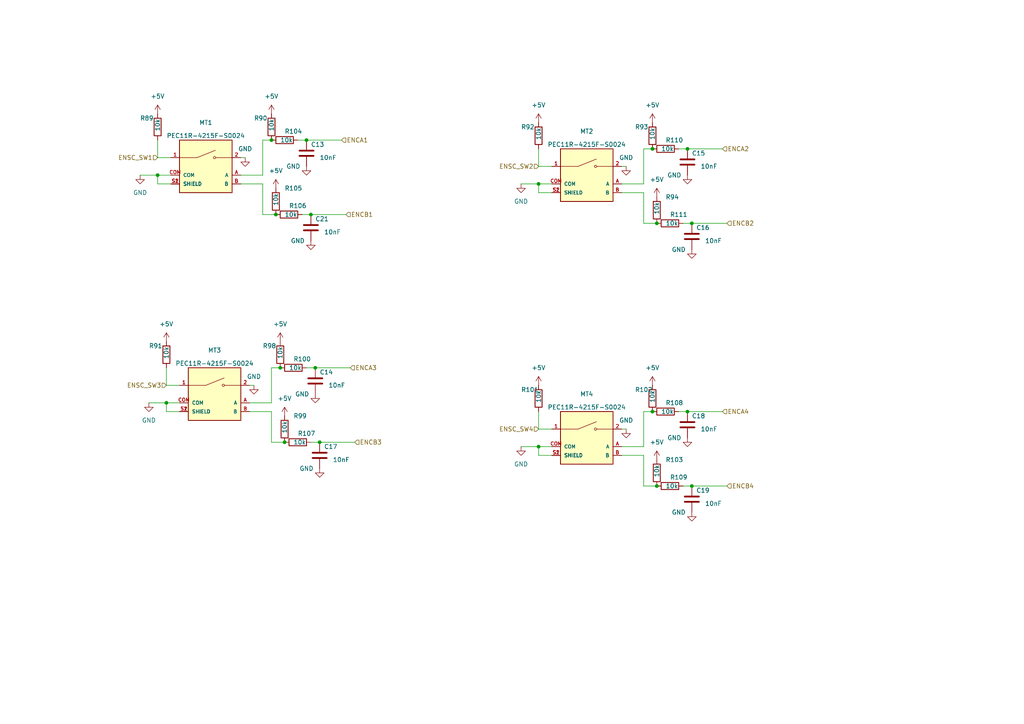
<source format=kicad_sch>
(kicad_sch (version 20231120) (generator "eeschema") (generator_version "8.0")
  (paper "A4")
  (lib_symbols
    (symbol "3dAudioSym:PEC11R-4215F-S0024" (pin_names (offset 1.016))
      (property "Reference" "MT" (at -7.62 8.89 0))
      (property "Value" "PEC11R-4215F-S0024" (at -7.62 -8.89 0))
      (symbol "PEC11R-4215F-S0024_0_0"
        (rectangle (start -7.62 -7.62) (end 7.62 7.62) (stroke (width 0.254)) (fill (type background)))
        (polyline (pts (xy -2.54 2.54) (xy -7.62 2.54)) (stroke (width 0.1524)))
        (polyline (pts (xy -2.54 2.54) (xy 2.794 4.6736)) (stroke (width 0.1524)))
        (polyline (pts (xy 7.62 2.54) (xy 2.921 2.54)) (stroke (width 0.1524)))
        (circle (center 2.54 2.54) (radius 0.3302) (stroke (width 0.1524)))
        (pin passive line (at -10.16 2.54 0) (length 2.54) (name "~") (number "1"))
        (pin passive line (at 10.16 2.54 180) (length 2.54) (name "~") (number "2"))
        (pin passive line (at 10.16 -2.54 180) (length 2.54) (name "A") (number "A"))
        (pin passive line (at 10.16 -5.08 180) (length 2.54) (name "B") (number "B"))
        (pin passive line (at -10.16 -2.54 0) (length 2.54) (name "COM") (number "COM"))
        (pin passive line (at -10.16 -5.08 0) (length 2.54) (name "SHIELD") (number "S1"))
        (pin passive line (at -10.16 -5.08 0) (length 2.54) (name "SHIELD") (number "S2"))
      )
    )
    (symbol "Device:C" (pin_numbers hide) (pin_names (offset 0.254))
      (property "Reference" "C" (at 0.635 2.54 0))
      (property "Value" "C" (at 0.635 -2.54 0))
      (symbol "C_0_1"
        (polyline (pts (xy -2.032 -0.762) (xy 2.032 -0.762)) (stroke (width 0.508)))
        (polyline (pts (xy -2.032 0.762) (xy 2.032 0.762)) (stroke (width 0.508)))
      )
      (symbol "C_1_1"
        (pin passive line (at 0 3.81 270) (length 2.794) (name "~") (number "1"))
        (pin passive line (at 0 -3.81 90) (length 2.794) (name "~") (number "2"))
      )
    )
    (symbol "Device:R" (pin_numbers hide) (pin_names (offset 0))
      (property "Reference" "R" (at 2.032 0 90))
      (property "Value" "R" (at 0 0 90))
      (symbol "R_0_1"
        (rectangle (start -1.016 -2.54) (end 1.016 2.54) (stroke (width 0.254)))
      )
      (symbol "R_1_1"
        (pin passive line (at 0 3.81 270) (length 1.27) (name "~") (number "1"))
        (pin passive line (at 0 -3.81 90) (length 1.27) (name "~") (number "2"))
      )
    )
    (symbol "power:+5V" (power) (pin_names (offset 0))
      (property "Value" "+5V" (at 0 3.556 0))
      (symbol "+5V_0_1"
        (polyline (pts (xy -0.762 1.27) (xy 0 2.54)))
        (polyline (pts (xy 0 0) (xy 0 2.54)))
        (polyline (pts (xy 0 2.54) (xy 0.762 1.27)))
      )
      (symbol "+5V_1_1"
        (pin power_in line (at 0 0 90) (length 0) hide (name "+5V") (number "1"))
      )
    )
    (symbol "power:GND" (power) (pin_names (offset 0))
      (property "Value" "GND" (at 0 -3.81 0))
      (symbol "GND_0_1"
        (polyline (pts (xy 0 0) (xy 0 -1.27) (xy 1.27 -1.27) (xy 0 -2.54) (xy -1.27 -1.27) (xy 0 -1.27)))
      )
      (symbol "GND_1_1"
        (pin power_in line (at 0 0 270) (length 0) hide (name "GND") (number "1"))
      )
    )
  )
  (junction (at 81.28 106.68))
  (junction (at 189.23 119.38))
  (junction (at 45.72 50.8))
  (junction (at 190.5 140.97))
  (junction (at 200.66 140.97))
  (junction (at 156.21 129.54))
  (junction (at 156.21 53.34))
  (junction (at 90.17 62.23))
  (junction (at 190.5 64.77))
  (junction (at 91.44 106.68))
  (junction (at 92.71 128.27))
  (junction (at 189.23 43.18))
  (junction (at 48.26 116.84))
  (junction (at 78.74 40.64))
  (junction (at 199.39 119.38))
  (junction (at 82.55 128.27))
  (junction (at 200.66 64.77))
  (junction (at 88.9 40.64))
  (junction (at 80.01 62.23))
  (junction (at 199.39 43.18))
  (wire (pts (xy 156.21 129.54) (xy 160.02 129.54)))
  (wire (pts (xy 52.07 119.38) (xy 48.26 119.38)))
  (wire (pts (xy 156.21 53.34) (xy 160.02 53.34)))
  (wire (pts (xy 45.72 50.8) (xy 49.53 50.8)))
  (wire (pts (xy 76.2 50.8) (xy 76.2 40.64)))
  (wire (pts (xy 200.66 64.77) (xy 210.82 64.77)))
  (wire (pts (xy 43.18 116.84) (xy 48.26 116.84)))
  (wire (pts (xy 49.53 53.34) (xy 45.72 53.34)))
  (wire (pts (xy 90.17 128.27) (xy 92.71 128.27)))
  (wire (pts (xy 48.26 106.68) (xy 48.26 111.76)))
  (wire (pts (xy 92.71 128.27) (xy 102.87 128.27)))
  (wire (pts (xy 186.69 129.54) (xy 186.69 119.38)))
  (wire (pts (xy 151.13 53.34) (xy 156.21 53.34)))
  (wire (pts (xy 186.69 64.77) (xy 190.5 64.77)))
  (wire (pts (xy 180.34 53.34) (xy 186.69 53.34)))
  (wire (pts (xy 78.74 119.38) (xy 78.74 128.27)))
  (wire (pts (xy 90.17 62.23) (xy 100.33 62.23)))
  (wire (pts (xy 199.39 119.38) (xy 209.55 119.38)))
  (wire (pts (xy 69.85 45.72) (xy 71.12 45.72)))
  (wire (pts (xy 156.21 55.88) (xy 156.21 53.34)))
  (wire (pts (xy 198.12 140.97) (xy 200.66 140.97)))
  (wire (pts (xy 160.02 55.88) (xy 156.21 55.88)))
  (wire (pts (xy 78.74 116.84) (xy 78.74 106.68)))
  (wire (pts (xy 88.9 40.64) (xy 99.06 40.64)))
  (wire (pts (xy 156.21 132.08) (xy 156.21 129.54)))
  (wire (pts (xy 48.26 111.76) (xy 52.07 111.76)))
  (wire (pts (xy 196.85 119.38) (xy 199.39 119.38)))
  (wire (pts (xy 160.02 132.08) (xy 156.21 132.08)))
  (wire (pts (xy 72.39 119.38) (xy 78.74 119.38)))
  (wire (pts (xy 87.63 62.23) (xy 90.17 62.23)))
  (wire (pts (xy 156.21 124.46) (xy 160.02 124.46)))
  (wire (pts (xy 69.85 53.34) (xy 76.2 53.34)))
  (wire (pts (xy 186.69 43.18) (xy 189.23 43.18)))
  (wire (pts (xy 48.26 119.38) (xy 48.26 116.84)))
  (wire (pts (xy 72.39 116.84) (xy 78.74 116.84)))
  (wire (pts (xy 186.69 140.97) (xy 190.5 140.97)))
  (wire (pts (xy 69.85 50.8) (xy 76.2 50.8)))
  (wire (pts (xy 156.21 48.26) (xy 160.02 48.26)))
  (wire (pts (xy 76.2 53.34) (xy 76.2 62.23)))
  (wire (pts (xy 86.36 40.64) (xy 88.9 40.64)))
  (wire (pts (xy 78.74 106.68) (xy 81.28 106.68)))
  (wire (pts (xy 180.34 48.26) (xy 181.61 48.26)))
  (wire (pts (xy 72.39 111.76) (xy 73.66 111.76)))
  (wire (pts (xy 88.9 106.68) (xy 91.44 106.68)))
  (wire (pts (xy 186.69 132.08) (xy 186.69 140.97)))
  (wire (pts (xy 151.13 129.54) (xy 156.21 129.54)))
  (wire (pts (xy 186.69 55.88) (xy 186.69 64.77)))
  (wire (pts (xy 76.2 62.23) (xy 80.01 62.23)))
  (wire (pts (xy 45.72 40.64) (xy 45.72 45.72)))
  (wire (pts (xy 199.39 43.18) (xy 209.55 43.18)))
  (wire (pts (xy 200.66 140.97) (xy 210.82 140.97)))
  (wire (pts (xy 45.72 45.72) (xy 49.53 45.72)))
  (wire (pts (xy 180.34 132.08) (xy 186.69 132.08)))
  (wire (pts (xy 180.34 129.54) (xy 186.69 129.54)))
  (wire (pts (xy 186.69 53.34) (xy 186.69 43.18)))
  (wire (pts (xy 186.69 119.38) (xy 189.23 119.38)))
  (wire (pts (xy 180.34 124.46) (xy 181.61 124.46)))
  (wire (pts (xy 156.21 43.18) (xy 156.21 48.26)))
  (wire (pts (xy 198.12 64.77) (xy 200.66 64.77)))
  (wire (pts (xy 40.64 50.8) (xy 45.72 50.8)))
  (wire (pts (xy 180.34 55.88) (xy 186.69 55.88)))
  (wire (pts (xy 48.26 116.84) (xy 52.07 116.84)))
  (wire (pts (xy 91.44 106.68) (xy 101.6 106.68)))
  (wire (pts (xy 156.21 119.38) (xy 156.21 124.46)))
  (wire (pts (xy 45.72 53.34) (xy 45.72 50.8)))
  (wire (pts (xy 78.74 128.27) (xy 82.55 128.27)))
  (wire (pts (xy 196.85 43.18) (xy 199.39 43.18)))
  (wire (pts (xy 76.2 40.64) (xy 78.74 40.64)))
  (hierarchical_label "ENCB4" (shape input) (at 210.82 140.97 0))
  (hierarchical_label "ENCA3" (shape input) (at 101.6 106.68 0))
  (hierarchical_label "ENCB3" (shape input) (at 102.87 128.27 0))
  (hierarchical_label "ENSC_SW4" (shape input) (at 156.21 124.46 180))
  (hierarchical_label "ENSC_SW2" (shape input) (at 156.21 48.26 180))
  (hierarchical_label "ENCA4" (shape input) (at 209.55 119.38 0))
  (hierarchical_label "ENSC_SW1" (shape input) (at 45.72 45.72 180))
  (hierarchical_label "ENCA2" (shape input) (at 209.55 43.18 0))
  (hierarchical_label "ENCA1" (shape input) (at 99.06 40.64 0))
  (hierarchical_label "ENCB1" (shape input) (at 100.33 62.23 0))
  (hierarchical_label "ENCB2" (shape input) (at 210.82 64.77 0))
  (hierarchical_label "ENSC_SW3" (shape input) (at 48.26 111.76 180))
  (symbol (lib_id "power:GND") (at 200.66 148.59 0) (unit 1)
    (property "Reference" "#PWR088" (effects (hide yes)))
    (property "Value" "GND" (at 196.85 148.59 0))
  )
  (symbol (lib_id "Device:C") (at 199.39 123.19 0) (unit 1)
    (property "Reference" "C18" (at 200.66 120.65 0) (effects (justify left)))
    (property "Value" "10nF" (at 203.2 124.46 0) (effects (justify left)))
    (property "Footprint" "Capacitor_SMD:C_1206_3216Metric_Pad1.33x1.80mm_HandSolder" (effects (hide yes)))
  )
  (symbol (lib_id "Device:R") (at 82.55 40.64 270) (unit 1)
    (property "Reference" "R104" (at 82.55 38.1 90) (effects (justify left)))
    (property "Value" "10k" (at 81.28 40.64 90) (effects (justify left)))
    (property "Footprint" "Resistor_SMD:R_1206_3216Metric_Pad1.30x1.75mm_HandSolder" (effects (hide yes)))
  )
  (symbol (lib_id "Device:R") (at 80.01 58.42 0) (unit 1)
    (property "Reference" "R105" (at 82.55 54.61 0) (effects (justify left)))
    (property "Value" "10k" (at 80.01 59.69 90) (effects (justify left)))
    (property "Footprint" "Resistor_SMD:R_1206_3216Metric_Pad1.30x1.75mm_HandSolder" (effects (hide yes)))
  )
  (symbol (lib_id "power:GND") (at 151.13 53.34 0) (unit 1)
    (property "Reference" "#PWR062" (effects (hide yes)))
    (property "Value" "GND" (at 151.13 58.42 0))
  )
  (symbol (lib_id "Device:C") (at 200.66 68.58 0) (unit 1)
    (property "Reference" "C16" (at 201.93 66.04 0) (effects (justify left)))
    (property "Value" "10nF" (at 204.47 69.85 0) (effects (justify left)))
    (property "Footprint" "Capacitor_SMD:C_1206_3216Metric_Pad1.33x1.80mm_HandSolder" (effects (hide yes)))
  )
  (symbol (lib_id "Device:R") (at 78.74 36.83 0) (unit 1)
    (property "Reference" "R90" (at 73.66 34.29 0) (effects (justify left)))
    (property "Value" "10k" (at 78.74 38.1 90) (effects (justify left)))
    (property "Footprint" "Resistor_SMD:R_1206_3216Metric_Pad1.30x1.75mm_HandSolder" (effects (hide yes)))
  )
  (symbol (lib_id "Device:C") (at 92.71 132.08 0) (unit 1)
    (property "Reference" "C17" (at 93.98 129.54 0) (effects (justify left)))
    (property "Value" "10nF" (at 96.52 133.35 0) (effects (justify left)))
    (property "Footprint" "Capacitor_SMD:C_1206_3216Metric_Pad1.33x1.80mm_HandSolder" (effects (hide yes)))
  )
  (symbol (lib_id "Device:R") (at 194.31 64.77 270) (unit 1)
    (property "Reference" "R111" (at 194.31 62.23 90) (effects (justify left)))
    (property "Value" "10k" (at 193.04 64.77 90) (effects (justify left)))
    (property "Footprint" "Resistor_SMD:R_1206_3216Metric_Pad1.30x1.75mm_HandSolder" (effects (hide yes)))
  )
  (symbol (lib_id "power:GND") (at 73.66 111.76 0) (unit 1)
    (property "Reference" "#PWR074" (effects (hide yes)))
    (property "Value" "GND" (at 73.66 109.22 0))
  )
  (symbol (lib_id "3dAudioSym:PEC11R-4215F-S0024") (at 170.18 127 0) (unit 1)
    (property "Reference" "MT4" (at 170.18 114.3 0))
    (property "Value" "PEC11R-4215F-S0024" (at 170.18 118.11 0))
    (property "Footprint" "3dAudioFoot:XDCR_PEC11R-4215F-S0024" (effects (hide yes)))
    (property "Description" "\nEncoder,Rotary,24 Detents,15 mm, Shaft,Switch | Bourns PEC11R-4215F-S0024\n" (effects (hide yes)))
    (property "DigiKey_Part_Number" "PEC11R-4215F-S0024-ND" (effects (hide yes)))
    (property "MF" "Bourns" (effects (hide yes)))
    (property "MAXIMUM_PACKAGE_HEIGHT" "21.5 mm" (effects (hide yes)))
    (property "Package" "None" (effects (hide yes)))
    (property "Check_prices" "https://www.snapeda.com/parts/PEC11R-4215F-S0024/Bourns/view-part/?ref=eda" (effects (hide yes)))
    (property "STANDARD" "Manufacturer Recommendations" (effects (hide yes)))
    (property "PARTREV" "Rev. 09/19" (effects (hide yes)))
    (property "SnapEDA_Link" "https://www.snapeda.com/parts/PEC11R-4215F-S0024/Bourns/view-part/?ref=snap" (effects (hide yes)))
    (property "MP" "PEC11R-4215F-S0024" (effects (hide yes)))
    (property "Purchase-URL" "https://www.snapeda.com/api/url_track_click_mouser/?unipart_id=428605&manufacturer=Bourns&part_name=PEC11R-4215F-S0024&search_term=None" (effects (hide yes)))
    (property "MANUFACTURER" "J.W.Miller/Bourns" (effects (hide yes)))
  )
  (symbol (lib_id "Device:C") (at 91.44 110.49 0) (unit 1)
    (property "Reference" "C14" (at 92.71 107.95 0) (effects (justify left)))
    (property "Value" "10nF" (at 95.25 111.76 0) (effects (justify left)))
    (property "Footprint" "Capacitor_SMD:C_1206_3216Metric_Pad1.33x1.80mm_HandSolder" (effects (hide yes)))
  )
  (symbol (lib_id "power:GND") (at 91.44 114.3 0) (unit 1)
    (property "Reference" "#PWR077" (effects (hide yes)))
    (property "Value" "GND" (at 87.63 114.3 0))
  )
  (symbol (lib_id "power:+5V") (at 80.01 54.61 0) (unit 1)
    (property "Reference" "#PWR084" (effects (hide yes)))
    (property "Value" "+5V" (at 80.01 49.53 0))
  )
  (symbol (lib_id "power:+5V") (at 189.23 35.56 0) (unit 1)
    (property "Reference" "#PWR065" (effects (hide yes)))
    (property "Value" "+5V" (at 189.23 30.48 0))
  )
  (symbol (lib_id "Device:R") (at 85.09 106.68 270) (unit 1)
    (property "Reference" "R100" (at 85.09 104.14 90) (effects (justify left)))
    (property "Value" "10k" (at 83.82 106.68 90) (effects (justify left)))
    (property "Footprint" "Resistor_SMD:R_1206_3216Metric_Pad1.30x1.75mm_HandSolder" (effects (hide yes)))
  )
  (symbol (lib_id "power:+5V") (at 156.21 111.76 0) (unit 1)
    (property "Reference" "#PWR079" (effects (hide yes)))
    (property "Value" "+5V" (at 156.21 106.68 0))
  )
  (symbol (lib_id "power:GND") (at 200.66 72.39 0) (unit 1)
    (property "Reference" "#PWR090" (effects (hide yes)))
    (property "Value" "GND" (at 196.85 72.39 0))
  )
  (symbol (lib_id "power:+5V") (at 78.74 33.02 0) (unit 1)
    (property "Reference" "#PWR061" (effects (hide yes)))
    (property "Value" "+5V" (at 78.74 27.94 0))
  )
  (symbol (lib_id "Device:C") (at 199.39 46.99 0) (unit 1)
    (property "Reference" "C15" (at 200.66 44.45 0) (effects (justify left)))
    (property "Value" "10nF" (at 203.2 48.26 0) (effects (justify left)))
    (property "Footprint" "Capacitor_SMD:C_1206_3216Metric_Pad1.33x1.80mm_HandSolder" (effects (hide yes)))
  )
  (symbol (lib_id "power:GND") (at 181.61 124.46 0) (unit 1)
    (property "Reference" "#PWR080" (effects (hide yes)))
    (property "Value" "GND" (at 181.61 121.92 0))
  )
  (symbol (lib_id "power:GND") (at 199.39 50.8 0) (unit 1)
    (property "Reference" "#PWR089" (effects (hide yes)))
    (property "Value" "GND" (at 195.58 50.8 0))
  )
  (symbol (lib_id "Device:C") (at 88.9 44.45 0) (unit 1)
    (property "Reference" "C13" (at 90.17 41.91 0) (effects (justify left)))
    (property "Value" "10nF" (at 92.71 45.72 0) (effects (justify left)))
    (property "Footprint" "Capacitor_SMD:C_1206_3216Metric_Pad1.33x1.80mm_HandSolder" (effects (hide yes)))
  )
  (symbol (lib_id "3dAudioSym:PEC11R-4215F-S0024") (at 170.18 50.8 0) (unit 1)
    (property "Reference" "MT2" (at 170.18 38.1 0))
    (property "Value" "PEC11R-4215F-S0024" (at 170.18 41.91 0))
    (property "Footprint" "3dAudioFoot:XDCR_PEC11R-4215F-S0024" (effects (hide yes)))
    (property "Description" "\nEncoder,Rotary,24 Detents,15 mm, Shaft,Switch | Bourns PEC11R-4215F-S0024\n" (effects (hide yes)))
    (property "DigiKey_Part_Number" "PEC11R-4215F-S0024-ND" (effects (hide yes)))
    (property "MF" "Bourns" (effects (hide yes)))
    (property "MAXIMUM_PACKAGE_HEIGHT" "21.5 mm" (effects (hide yes)))
    (property "Package" "None" (effects (hide yes)))
    (property "Check_prices" "https://www.snapeda.com/parts/PEC11R-4215F-S0024/Bourns/view-part/?ref=eda" (effects (hide yes)))
    (property "STANDARD" "Manufacturer Recommendations" (effects (hide yes)))
    (property "PARTREV" "Rev. 09/19" (effects (hide yes)))
    (property "SnapEDA_Link" "https://www.snapeda.com/parts/PEC11R-4215F-S0024/Bourns/view-part/?ref=snap" (effects (hide yes)))
    (property "MP" "PEC11R-4215F-S0024" (effects (hide yes)))
    (property "Purchase-URL" "https://www.snapeda.com/api/url_track_click_mouser/?unipart_id=428605&manufacturer=Bourns&part_name=PEC11R-4215F-S0024&search_term=None" (effects (hide yes)))
    (property "MANUFACTURER" "J.W.Miller/Bourns" (effects (hide yes)))
  )
  (symbol (lib_id "3dAudioSym:PEC11R-4215F-S0024") (at 59.69 48.26 0) (unit 1)
    (property "Reference" "MT1" (at 59.69 35.56 0))
    (property "Value" "PEC11R-4215F-S0024" (at 59.69 39.37 0))
    (property "Footprint" "3dAudioFoot:XDCR_PEC11R-4215F-S0024" (effects (hide yes)))
    (property "Description" "\nEncoder,Rotary,24 Detents,15 mm, Shaft,Switch | Bourns PEC11R-4215F-S0024\n" (effects (hide yes)))
    (property "DigiKey_Part_Number" "PEC11R-4215F-S0024-ND" (effects (hide yes)))
    (property "MF" "Bourns" (effects (hide yes)))
    (property "MAXIMUM_PACKAGE_HEIGHT" "21.5 mm" (effects (hide yes)))
    (property "Package" "None" (effects (hide yes)))
    (property "Check_prices" "https://www.snapeda.com/parts/PEC11R-4215F-S0024/Bourns/view-part/?ref=eda" (effects (hide yes)))
    (property "STANDARD" "Manufacturer Recommendations" (effects (hide yes)))
    (property "PARTREV" "Rev. 09/19" (effects (hide yes)))
    (property "SnapEDA_Link" "https://www.snapeda.com/parts/PEC11R-4215F-S0024/Bourns/view-part/?ref=snap" (effects (hide yes)))
    (property "MP" "PEC11R-4215F-S0024" (effects (hide yes)))
    (property "Purchase-URL" "https://www.snapeda.com/api/url_track_click_mouser/?unipart_id=428605&manufacturer=Bourns&part_name=PEC11R-4215F-S0024&search_term=None" (effects (hide yes)))
    (property "MANUFACTURER" "J.W.Miller/Bourns" (effects (hide yes)))
  )
  (symbol (lib_id "Device:R") (at 81.28 102.87 0) (unit 1)
    (property "Reference" "R98" (at 76.2 100.33 0) (effects (justify left)))
    (property "Value" "10k" (at 81.28 104.14 90) (effects (justify left)))
    (property "Footprint" "Resistor_SMD:R_1206_3216Metric_Pad1.30x1.75mm_HandSolder" (effects (hide yes)))
  )
  (symbol (lib_id "power:+5V") (at 190.5 57.15 0) (unit 1)
    (property "Reference" "#PWR066" (effects (hide yes)))
    (property "Value" "+5V" (at 190.5 52.07 0))
  )
  (symbol (lib_id "power:GND") (at 151.13 129.54 0) (unit 1)
    (property "Reference" "#PWR078" (effects (hide yes)))
    (property "Value" "GND" (at 151.13 134.62 0))
  )
  (symbol (lib_id "power:+5V") (at 81.28 99.06 0) (unit 1)
    (property "Reference" "#PWR075" (effects (hide yes)))
    (property "Value" "+5V" (at 81.28 93.98 0))
  )
  (symbol (lib_id "Device:R") (at 190.5 60.96 0) (unit 1)
    (property "Reference" "R94" (at 193.04 57.15 0) (effects (justify left)))
    (property "Value" "10k" (at 190.5 62.23 90) (effects (justify left)))
    (property "Footprint" "Resistor_SMD:R_1206_3216Metric_Pad1.30x1.75mm_HandSolder" (effects (hide yes)))
  )
  (symbol (lib_id "power:GND") (at 199.39 127 0) (unit 1)
    (property "Reference" "#PWR087" (effects (hide yes)))
    (property "Value" "GND" (at 195.58 127 0))
  )
  (symbol (lib_id "Device:R") (at 189.23 39.37 0) (unit 1)
    (property "Reference" "R93" (at 184.15 36.83 0) (effects (justify left)))
    (property "Value" "10k" (at 189.23 40.64 90) (effects (justify left)))
    (property "Footprint" "Resistor_SMD:R_1206_3216Metric_Pad1.30x1.75mm_HandSolder" (effects (hide yes)))
  )
  (symbol (lib_id "Device:R") (at 82.55 124.46 0) (unit 1)
    (property "Reference" "R99" (at 85.09 120.65 0) (effects (justify left)))
    (property "Value" "10k" (at 82.55 125.73 90) (effects (justify left)))
    (property "Footprint" "Resistor_SMD:R_1206_3216Metric_Pad1.30x1.75mm_HandSolder" (effects (hide yes)))
  )
  (symbol (lib_id "power:GND") (at 90.17 69.85 0) (unit 1)
    (property "Reference" "#PWR085" (effects (hide yes)))
    (property "Value" "GND" (at 86.36 69.85 0))
  )
  (symbol (lib_id "Device:R") (at 45.72 36.83 0) (unit 1)
    (property "Reference" "R89" (at 40.64 34.29 0) (effects (justify left)))
    (property "Value" "10k" (at 45.72 38.1 90) (effects (justify left)))
    (property "Footprint" "Resistor_SMD:R_1206_3216Metric_Pad1.30x1.75mm_HandSolder" (effects (hide yes)))
  )
  (symbol (lib_id "power:+5V") (at 45.72 33.02 0) (unit 1)
    (property "Reference" "#PWR058" (effects (hide yes)))
    (property "Value" "+5V" (at 45.72 27.94 0))
  )
  (symbol (lib_id "Device:R") (at 189.23 115.57 0) (unit 1)
    (property "Reference" "R102" (at 184.15 113.03 0) (effects (justify left)))
    (property "Value" "10k" (at 189.23 116.84 90) (effects (justify left)))
    (property "Footprint" "Resistor_SMD:R_1206_3216Metric_Pad1.30x1.75mm_HandSolder" (effects (hide yes)))
  )
  (symbol (lib_id "power:GND") (at 43.18 116.84 0) (unit 1)
    (property "Reference" "#PWR059" (effects (hide yes)))
    (property "Value" "GND" (at 43.18 121.92 0))
  )
  (symbol (lib_id "power:GND") (at 92.71 135.89 0) (unit 1)
    (property "Reference" "#PWR086" (effects (hide yes)))
    (property "Value" "GND" (at 88.9 135.89 0))
  )
  (symbol (lib_id "power:GND") (at 88.9 48.26 0) (unit 1)
    (property "Reference" "#PWR083" (effects (hide yes)))
    (property "Value" "GND" (at 85.09 48.26 0))
  )
  (symbol (lib_id "Device:C") (at 200.66 144.78 0) (unit 1)
    (property "Reference" "C19" (at 201.93 142.24 0) (effects (justify left)))
    (property "Value" "10nF" (at 204.47 146.05 0) (effects (justify left)))
    (property "Footprint" "Capacitor_SMD:C_1206_3216Metric_Pad1.33x1.80mm_HandSolder" (effects (hide yes)))
  )
  (symbol (lib_id "power:GND") (at 181.61 48.26 0) (unit 1)
    (property "Reference" "#PWR064" (effects (hide yes)))
    (property "Value" "GND" (at 181.61 45.72 0))
  )
  (symbol (lib_id "Device:R") (at 193.04 119.38 270) (unit 1)
    (property "Reference" "R108" (at 193.04 116.84 90) (effects (justify left)))
    (property "Value" "10k" (at 191.77 119.38 90) (effects (justify left)))
    (property "Footprint" "Resistor_SMD:R_1206_3216Metric_Pad1.30x1.75mm_HandSolder" (effects (hide yes)))
  )
  (symbol (lib_id "Device:R") (at 193.04 43.18 270) (unit 1)
    (property "Reference" "R110" (at 193.04 40.64 90) (effects (justify left)))
    (property "Value" "10k" (at 191.77 43.18 90) (effects (justify left)))
    (property "Footprint" "Resistor_SMD:R_1206_3216Metric_Pad1.30x1.75mm_HandSolder" (effects (hide yes)))
  )
  (symbol (lib_id "power:+5V") (at 190.5 133.35 0) (unit 1)
    (property "Reference" "#PWR082" (effects (hide yes)))
    (property "Value" "+5V" (at 190.5 128.27 0))
  )
  (symbol (lib_id "Device:R") (at 156.21 115.57 0) (unit 1)
    (property "Reference" "R101" (at 151.13 113.03 0) (effects (justify left)))
    (property "Value" "10k" (at 156.21 116.84 90) (effects (justify left)))
    (property "Footprint" "Resistor_SMD:R_1206_3216Metric_Pad1.30x1.75mm_HandSolder" (effects (hide yes)))
  )
  (symbol (lib_id "power:+5V") (at 48.26 99.06 0) (unit 1)
    (property "Reference" "#PWR073" (effects (hide yes)))
    (property "Value" "+5V" (at 48.26 93.98 0))
  )
  (symbol (lib_id "Device:R") (at 194.31 140.97 270) (unit 1)
    (property "Reference" "R109" (at 194.31 138.43 90) (effects (justify left)))
    (property "Value" "10k" (at 193.04 140.97 90) (effects (justify left)))
    (property "Footprint" "Resistor_SMD:R_1206_3216Metric_Pad1.30x1.75mm_HandSolder" (effects (hide yes)))
  )
  (symbol (lib_id "power:+5V") (at 156.21 35.56 0) (unit 1)
    (property "Reference" "#PWR063" (effects (hide yes)))
    (property "Value" "+5V" (at 156.21 30.48 0))
  )
  (symbol (lib_id "Device:R") (at 190.5 137.16 0) (unit 1)
    (property "Reference" "R103" (at 193.04 133.35 0) (effects (justify left)))
    (property "Value" "10k" (at 190.5 138.43 90) (effects (justify left)))
    (property "Footprint" "Resistor_SMD:R_1206_3216Metric_Pad1.30x1.75mm_HandSolder" (effects (hide yes)))
  )
  (symbol (lib_id "power:GND") (at 71.12 45.72 0) (unit 1)
    (property "Reference" "#PWR060" (effects (hide yes)))
    (property "Value" "GND" (at 71.12 43.18 0))
  )
  (symbol (lib_id "Device:R") (at 48.26 102.87 0) (unit 1)
    (property "Reference" "R91" (at 43.18 100.33 0) (effects (justify left)))
    (property "Value" "10k" (at 48.26 104.14 90) (effects (justify left)))
    (property "Footprint" "Resistor_SMD:R_1206_3216Metric_Pad1.30x1.75mm_HandSolder" (effects (hide yes)))
  )
  (symbol (lib_id "power:GND") (at 40.64 50.8 0) (unit 1)
    (property "Reference" "#PWR057" (effects (hide yes)))
    (property "Value" "GND" (at 40.64 55.88 0))
  )
  (symbol (lib_id "power:+5V") (at 82.55 120.65 0) (unit 1)
    (property "Reference" "#PWR076" (effects (hide yes)))
    (property "Value" "+5V" (at 82.55 115.57 0))
  )
  (symbol (lib_id "Device:R") (at 83.82 62.23 270) (unit 1)
    (property "Reference" "R106" (at 83.82 59.69 90) (effects (justify left)))
    (property "Value" "10k" (at 82.55 62.23 90) (effects (justify left)))
    (property "Footprint" "Resistor_SMD:R_1206_3216Metric_Pad1.30x1.75mm_HandSolder" (effects (hide yes)))
  )
  (symbol (lib_id "Device:R") (at 86.36 128.27 270) (unit 1)
    (property "Reference" "R107" (at 86.36 125.73 90) (effects (justify left)))
    (property "Value" "10k" (at 85.09 128.27 90) (effects (justify left)))
    (property "Footprint" "Resistor_SMD:R_1206_3216Metric_Pad1.30x1.75mm_HandSolder" (effects (hide yes)))
  )
  (symbol (lib_id "3dAudioSym:PEC11R-4215F-S0024") (at 62.23 114.3 0) (unit 1)
    (property "Reference" "MT3" (at 62.23 101.6 0))
    (property "Value" "PEC11R-4215F-S0024" (at 62.23 105.41 0))
    (property "Footprint" "3dAudioFoot:XDCR_PEC11R-4215F-S0024" (effects (hide yes)))
    (property "Description" "\nEncoder,Rotary,24 Detents,15 mm, Shaft,Switch | Bourns PEC11R-4215F-S0024\n" (effects (hide yes)))
    (property "DigiKey_Part_Number" "PEC11R-4215F-S0024-ND" (effects (hide yes)))
    (property "MF" "Bourns" (effects (hide yes)))
    (property "MAXIMUM_PACKAGE_HEIGHT" "21.5 mm" (effects (hide yes)))
    (property "Package" "None" (effects (hide yes)))
    (property "Check_prices" "https://www.snapeda.com/parts/PEC11R-4215F-S0024/Bourns/view-part/?ref=eda" (effects (hide yes)))
    (property "STANDARD" "Manufacturer Recommendations" (effects (hide yes)))
    (property "PARTREV" "Rev. 09/19" (effects (hide yes)))
    (property "SnapEDA_Link" "https://www.snapeda.com/parts/PEC11R-4215F-S0024/Bourns/view-part/?ref=snap" (effects (hide yes)))
    (property "MP" "PEC11R-4215F-S0024" (effects (hide yes)))
    (property "Purchase-URL" "https://www.snapeda.com/api/url_track_click_mouser/?unipart_id=428605&manufacturer=Bourns&part_name=PEC11R-4215F-S0024&search_term=None" (effects (hide yes)))
    (property "MANUFACTURER" "J.W.Miller/Bourns" (effects (hide yes)))
  )
  (symbol (lib_id "Device:C") (at 90.17 66.04 0) (unit 1)
    (property "Reference" "C21" (at 91.44 63.5 0) (effects (justify left)))
    (property "Value" "10nF" (at 93.98 67.31 0) (effects (justify left)))
    (property "Footprint" "Capacitor_SMD:C_1206_3216Metric_Pad1.33x1.80mm_HandSolder" (effects (hide yes)))
  )
  (symbol (lib_id "Device:R") (at 156.21 39.37 0) (unit 1)
    (property "Reference" "R92" (at 151.13 36.83 0) (effects (justify left)))
    (property "Value" "10k" (at 156.21 40.64 90) (effects (justify left)))
    (property "Footprint" "Resistor_SMD:R_1206_3216Metric_Pad1.30x1.75mm_HandSolder" (effects (hide yes)))
  )
  (symbol (lib_id "power:+5V") (at 189.23 111.76 0) (unit 1)
    (property "Reference" "#PWR081" (effects (hide yes)))
    (property "Value" "+5V" (at 189.23 106.68 0))
  )
)
</source>
